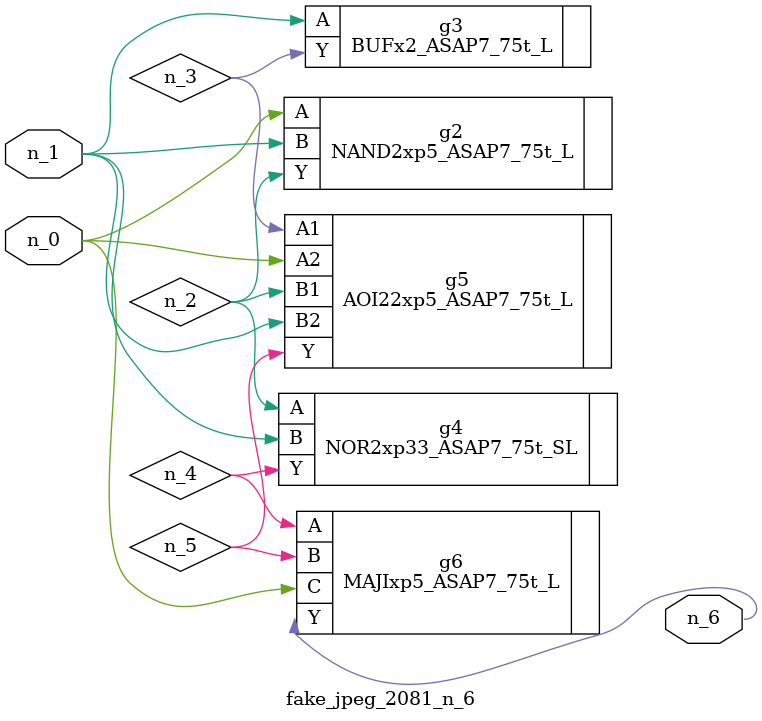
<source format=v>
module fake_jpeg_2081_n_6 (n_0, n_1, n_6);

input n_0;
input n_1;

output n_6;

wire n_2;
wire n_3;
wire n_4;
wire n_5;

NAND2xp5_ASAP7_75t_L g2 ( 
.A(n_0),
.B(n_1),
.Y(n_2)
);

BUFx2_ASAP7_75t_L g3 ( 
.A(n_1),
.Y(n_3)
);

NOR2xp33_ASAP7_75t_SL g4 ( 
.A(n_2),
.B(n_1),
.Y(n_4)
);

MAJIxp5_ASAP7_75t_L g6 ( 
.A(n_4),
.B(n_5),
.C(n_0),
.Y(n_6)
);

AOI22xp5_ASAP7_75t_L g5 ( 
.A1(n_3),
.A2(n_0),
.B1(n_2),
.B2(n_1),
.Y(n_5)
);


endmodule
</source>
